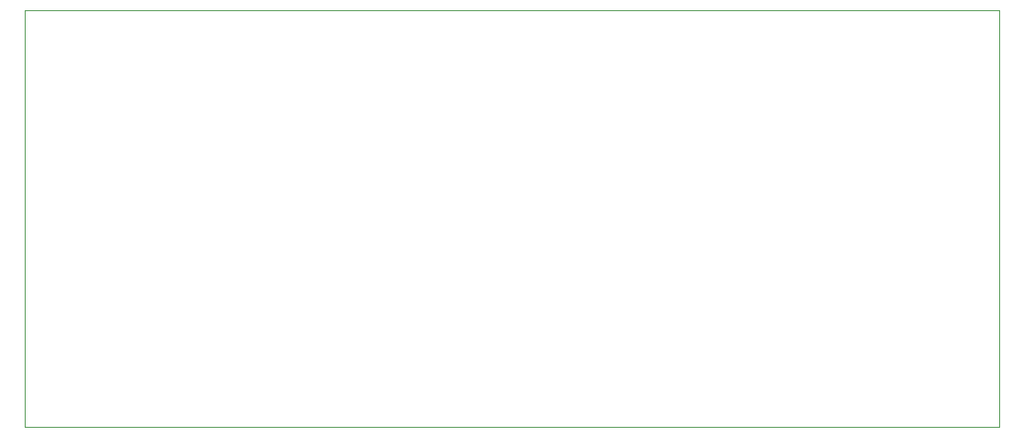
<source format=gbr>
%TF.GenerationSoftware,KiCad,Pcbnew,(6.0.7)*%
%TF.CreationDate,2024-06-22T12:01:18+05:30*%
%TF.ProjectId,BBNL_PDU_Protector,42424e4c-5f50-4445-955f-50726f746563,rev?*%
%TF.SameCoordinates,Original*%
%TF.FileFunction,Profile,NP*%
%FSLAX46Y46*%
G04 Gerber Fmt 4.6, Leading zero omitted, Abs format (unit mm)*
G04 Created by KiCad (PCBNEW (6.0.7)) date 2024-06-22 12:01:18*
%MOMM*%
%LPD*%
G01*
G04 APERTURE LIST*
%TA.AperFunction,Profile*%
%ADD10C,0.100000*%
%TD*%
G04 APERTURE END LIST*
D10*
X57000000Y-61100000D02*
X153600000Y-61100000D01*
X153600000Y-61100000D02*
X153600000Y-102400000D01*
X153600000Y-102400000D02*
X57000000Y-102400000D01*
X57000000Y-102400000D02*
X57000000Y-61100000D01*
M02*

</source>
